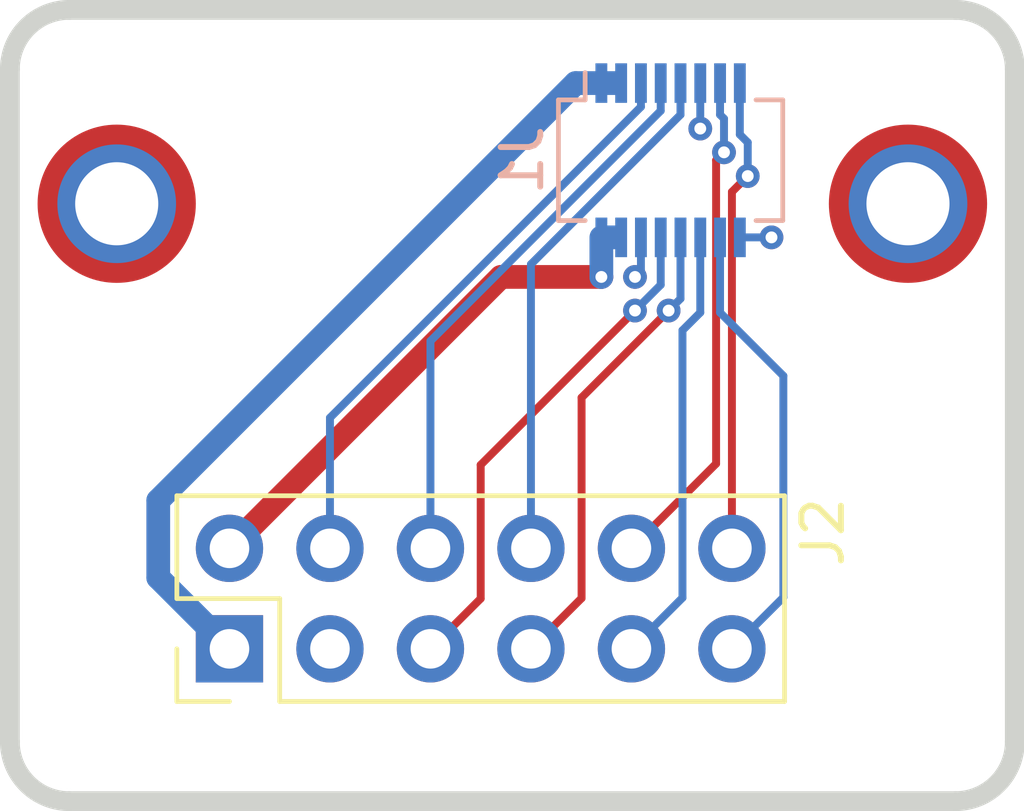
<source format=kicad_pcb>
(kicad_pcb (version 20171130) (host pcbnew "(5.1.9-0-10_14)")

  (general
    (thickness 1.6)
    (drawings 19)
    (tracks 59)
    (zones 0)
    (modules 4)
    (nets 13)
  )

  (page A4)
  (title_block
    (title "mikroPhone expansion breakout")
    (date 2024-02-02)
    (rev 4.0)
  )

  (layers
    (0 F.Cu signal)
    (1 GND power)
    (2 PWR power)
    (31 B.Cu signal)
    (32 B.Adhes user)
    (33 F.Adhes user)
    (34 B.Paste user hide)
    (35 F.Paste user)
    (36 B.SilkS user)
    (37 F.SilkS user hide)
    (38 B.Mask user)
    (39 F.Mask user)
    (40 Dwgs.User user)
    (41 Cmts.User user)
    (42 Eco1.User user)
    (43 Eco2.User user)
    (44 Edge.Cuts user)
    (45 Margin user)
    (46 B.CrtYd user)
    (47 F.CrtYd user)
    (48 B.Fab user hide)
    (49 F.Fab user hide)
  )

  (setup
    (last_trace_width 0.2)
    (trace_clearance 0.2)
    (zone_clearance 0.2032)
    (zone_45_only no)
    (trace_min 0.1524)
    (via_size 0.6)
    (via_drill 0.3)
    (via_min_size 0.4)
    (via_min_drill 0.2)
    (uvia_size 0.3)
    (uvia_drill 0.1)
    (uvias_allowed no)
    (uvia_min_size 0.2)
    (uvia_min_drill 0.1)
    (edge_width 0.05)
    (segment_width 0.2)
    (pcb_text_width 0.3)
    (pcb_text_size 1.5 1.5)
    (mod_edge_width 0.12)
    (mod_text_size 1 1)
    (mod_text_width 0.15)
    (pad_size 1.524 1.524)
    (pad_drill 0.762)
    (pad_to_mask_clearance 0)
    (aux_axis_origin 0 0)
    (visible_elements FFFFFF7F)
    (pcbplotparams
      (layerselection 0x010fc_ffffffff)
      (usegerberextensions false)
      (usegerberattributes true)
      (usegerberadvancedattributes true)
      (creategerberjobfile true)
      (excludeedgelayer true)
      (linewidth 0.100000)
      (plotframeref false)
      (viasonmask false)
      (mode 1)
      (useauxorigin false)
      (hpglpennumber 1)
      (hpglpenspeed 20)
      (hpglpendiameter 15.000000)
      (psnegative false)
      (psa4output false)
      (plotreference true)
      (plotvalue true)
      (plotinvisibletext false)
      (padsonsilk false)
      (subtractmaskfromsilk false)
      (outputformat 1)
      (mirror false)
      (drillshape 1)
      (scaleselection 1)
      (outputdirectory ""))
  )

  (net 0 "")
  (net 1 GND)
  (net 2 +3V3)
  (net 3 /SPI_MOSI)
  (net 4 /SPI_MISO)
  (net 5 /SPI_SCK)
  (net 6 /UART_TX)
  (net 7 /UART_RX)
  (net 8 VDD)
  (net 9 /I2C_SDA)
  (net 10 /I2C_SCL)
  (net 11 /GPIO3)
  (net 12 /GPIO2)

  (net_class Default "This is the default net class."
    (clearance 0.2)
    (trace_width 0.2)
    (via_dia 0.6)
    (via_drill 0.3)
    (uvia_dia 0.3)
    (uvia_drill 0.1)
    (add_net +3V3)
    (add_net /GPIO2)
    (add_net /GPIO3)
    (add_net /I2C_SCL)
    (add_net /I2C_SDA)
    (add_net /SPI_MISO)
    (add_net /SPI_MOSI)
    (add_net /SPI_SCK)
    (add_net /UART_RX)
    (add_net /UART_TX)
    (add_net GND)
    (add_net VDD)
  )

  (module Connector_Molex:Molex_SlimStack_55560-0161_2x08_P0.50mm_Vertical (layer B.Cu) (tedit 60DA23A1) (tstamp 60DA7D5B)
    (at 198 117.7 180)
    (descr "Molex SlimStack Fine-Pitch SMT Board-to-Board Connectors, 55560-0161, 16 Pins (http://www.molex.com/pdm_docs/sd/555600207_sd.pdf), generated with kicad-footprint-generator")
    (tags "connector Molex SlimStack side entry")
    (path /60DA2442)
    (attr smd)
    (fp_text reference J1 (at 3.75 0 90) (layer B.SilkS)
      (effects (font (size 1 1) (thickness 0.15)) (justify mirror))
    )
    (fp_text value IN (at 0 4.4) (layer B.Fab)
      (effects (font (size 1 1) (thickness 0.15)) (justify mirror))
    )
    (fp_line (start 2.725 1.415) (end 2.725 -1.415) (layer B.Fab) (width 0.1))
    (fp_line (start 2.725 -1.415) (end -2.725 -1.415) (layer B.Fab) (width 0.1))
    (fp_line (start -2.725 -1.415) (end -2.725 1.415) (layer B.Fab) (width 0.1))
    (fp_line (start -2.725 1.415) (end 2.725 1.415) (layer B.Fab) (width 0.1))
    (fp_line (start 2.16 1.525) (end 2.16 2.215) (layer B.Fab) (width 0.1))
    (fp_line (start 2.16 -1.525) (end 2.835 -1.525) (layer B.SilkS) (width 0.12))
    (fp_line (start 2.835 -1.525) (end 2.835 1.525) (layer B.SilkS) (width 0.12))
    (fp_line (start 2.835 1.525) (end 2.16 1.525) (layer B.SilkS) (width 0.12))
    (fp_line (start 2.16 1.525) (end 2.16 2.215) (layer B.SilkS) (width 0.12))
    (fp_line (start -2.16 -1.525) (end -2.835 -1.525) (layer B.SilkS) (width 0.12))
    (fp_line (start -2.835 -1.525) (end -2.835 1.525) (layer B.SilkS) (width 0.12))
    (fp_line (start -2.835 1.525) (end -2.16 1.525) (layer B.SilkS) (width 0.12))
    (fp_line (start 3.22 2.95) (end 3.22 -2.95) (layer B.CrtYd) (width 0.05))
    (fp_line (start 3.22 -2.95) (end -3.22 -2.95) (layer B.CrtYd) (width 0.05))
    (fp_line (start -3.22 -2.95) (end -3.22 2.95) (layer B.CrtYd) (width 0.05))
    (fp_line (start -3.22 2.95) (end 3.22 2.95) (layer B.CrtYd) (width 0.05))
    (fp_text user %R (at 0 0) (layer B.Fab)
      (effects (font (size 1 1) (thickness 0.15)) (justify mirror))
    )
    (pad 1 smd rect (at 1.75 1.95 180) (size 0.3 1) (layers B.Cu B.Paste B.Mask)
      (net 2 +3V3))
    (pad 3 smd rect (at 1.25 1.95 180) (size 0.3 1) (layers B.Cu B.Paste B.Mask)
      (net 2 +3V3))
    (pad 5 smd rect (at 0.75 1.95 180) (size 0.3 1) (layers B.Cu B.Paste B.Mask)
      (net 3 /SPI_MOSI))
    (pad 7 smd rect (at 0.25 1.95 180) (size 0.3 1) (layers B.Cu B.Paste B.Mask)
      (net 4 /SPI_MISO))
    (pad 9 smd rect (at -0.25 1.95 180) (size 0.3 1) (layers B.Cu B.Paste B.Mask)
      (net 5 /SPI_SCK))
    (pad 11 smd rect (at -0.75 1.95 180) (size 0.3 1) (layers B.Cu B.Paste B.Mask)
      (net 1 GND))
    (pad 13 smd rect (at -1.25 1.95 180) (size 0.3 1) (layers B.Cu B.Paste B.Mask)
      (net 6 /UART_TX))
    (pad 15 smd rect (at -1.75 1.95 180) (size 0.3 1) (layers B.Cu B.Paste B.Mask)
      (net 7 /UART_RX))
    (pad 2 smd rect (at 1.75 -1.95 180) (size 0.3 1) (layers B.Cu B.Paste B.Mask)
      (net 8 VDD))
    (pad 4 smd rect (at 1.25 -1.95 180) (size 0.3 1) (layers B.Cu B.Paste B.Mask)
      (net 8 VDD))
    (pad 6 smd rect (at 0.75 -1.95 180) (size 0.3 1) (layers B.Cu B.Paste B.Mask)
      (net 1 GND))
    (pad 8 smd rect (at 0.25 -1.95 180) (size 0.3 1) (layers B.Cu B.Paste B.Mask)
      (net 11 /GPIO3))
    (pad 10 smd rect (at -0.25 -1.95 180) (size 0.3 1) (layers B.Cu B.Paste B.Mask)
      (net 12 /GPIO2))
    (pad 12 smd rect (at -0.75 -1.95 180) (size 0.3 1) (layers B.Cu B.Paste B.Mask)
      (net 9 /I2C_SDA))
    (pad 14 smd rect (at -1.25 -1.95 180) (size 0.3 1) (layers B.Cu B.Paste B.Mask)
      (net 10 /I2C_SCL))
    (pad 16 smd rect (at -1.75 -1.95 180) (size 0.3 1) (layers B.Cu B.Paste B.Mask)
      (net 1 GND))
    (model ${KISYS3DMOD}/Connector_Molex.3dshapes/Molex_SlimStack_55560-0161_2x08_P0.50mm_Vertical.wrl
      (at (xyz 0 0 0))
      (scale (xyz 1 1 1))
      (rotate (xyz 0 0 0))
    )
  )

  (module footprints:Spacer_small (layer F.Cu) (tedit 61BFD32E) (tstamp 65BE3852)
    (at 204 118.8)
    (path /65BF75AF)
    (fp_text reference J3 (at 0 2.8) (layer F.SilkS) hide
      (effects (font (size 1 1) (thickness 0.15)))
    )
    (fp_text value Spacer (at 0 -2.7) (layer F.Fab)
      (effects (font (size 1 1) (thickness 0.15)))
    )
    (pad 1 thru_hole circle (at 0 0) (size 3 3) (drill 2.1) (layers *.Cu *.Mask)
      (net 1 GND))
    (pad 1 smd circle (at 0 0) (size 4 4) (layers F.Cu F.Mask)
      (net 1 GND))
  )

  (module footprints:Spacer_small (layer F.Cu) (tedit 61BFD32E) (tstamp 65BE3858)
    (at 184 118.8)
    (path /65BF7FCD)
    (fp_text reference J4 (at 0 2.8) (layer F.SilkS) hide
      (effects (font (size 1 1) (thickness 0.15)))
    )
    (fp_text value Spacer (at 0 -2.7) (layer F.Fab)
      (effects (font (size 1 1) (thickness 0.15)))
    )
    (pad 1 smd circle (at 0 0) (size 4 4) (layers F.Cu F.Mask)
      (net 1 GND))
    (pad 1 thru_hole circle (at 0 0) (size 3 3) (drill 2.1) (layers *.Cu *.Mask)
      (net 1 GND))
  )

  (module Connector_PinHeader_2.54mm:PinHeader_2x06_P2.54mm_Vertical (layer F.Cu) (tedit 59FED5CC) (tstamp 65BE4CDD)
    (at 186.85 130.05 90)
    (descr "Through hole straight pin header, 2x06, 2.54mm pitch, double rows")
    (tags "Through hole pin header THT 2x06 2.54mm double row")
    (path /65C12A3F)
    (fp_text reference J2 (at 2.95 15 -90) (layer F.SilkS)
      (effects (font (size 1 1) (thickness 0.15)))
    )
    (fp_text value OUT (at 1.27 15.03 -90) (layer F.Fab)
      (effects (font (size 1 1) (thickness 0.15)))
    )
    (fp_line (start 0 -1.27) (end 3.81 -1.27) (layer F.Fab) (width 0.1))
    (fp_line (start 3.81 -1.27) (end 3.81 13.97) (layer F.Fab) (width 0.1))
    (fp_line (start 3.81 13.97) (end -1.27 13.97) (layer F.Fab) (width 0.1))
    (fp_line (start -1.27 13.97) (end -1.27 0) (layer F.Fab) (width 0.1))
    (fp_line (start -1.27 0) (end 0 -1.27) (layer F.Fab) (width 0.1))
    (fp_line (start -1.33 14.03) (end 3.87 14.03) (layer F.SilkS) (width 0.12))
    (fp_line (start -1.33 1.27) (end -1.33 14.03) (layer F.SilkS) (width 0.12))
    (fp_line (start 3.87 -1.33) (end 3.87 14.03) (layer F.SilkS) (width 0.12))
    (fp_line (start -1.33 1.27) (end 1.27 1.27) (layer F.SilkS) (width 0.12))
    (fp_line (start 1.27 1.27) (end 1.27 -1.33) (layer F.SilkS) (width 0.12))
    (fp_line (start 1.27 -1.33) (end 3.87 -1.33) (layer F.SilkS) (width 0.12))
    (fp_line (start -1.33 0) (end -1.33 -1.33) (layer F.SilkS) (width 0.12))
    (fp_line (start -1.33 -1.33) (end 0 -1.33) (layer F.SilkS) (width 0.12))
    (fp_line (start -1.8 -1.8) (end -1.8 14.5) (layer F.CrtYd) (width 0.05))
    (fp_line (start -1.8 14.5) (end 4.35 14.5) (layer F.CrtYd) (width 0.05))
    (fp_line (start 4.35 14.5) (end 4.35 -1.8) (layer F.CrtYd) (width 0.05))
    (fp_line (start 4.35 -1.8) (end -1.8 -1.8) (layer F.CrtYd) (width 0.05))
    (fp_text user %R (at 1.27 6.35 180) (layer F.Fab)
      (effects (font (size 1 1) (thickness 0.15)))
    )
    (pad 1 thru_hole rect (at 0 0 90) (size 1.7 1.7) (drill 1) (layers *.Cu *.Mask)
      (net 2 +3V3))
    (pad 2 thru_hole oval (at 2.54 0 90) (size 1.7 1.7) (drill 1) (layers *.Cu *.Mask)
      (net 8 VDD))
    (pad 3 thru_hole oval (at 0 2.54 90) (size 1.7 1.7) (drill 1) (layers *.Cu *.Mask)
      (net 1 GND))
    (pad 4 thru_hole oval (at 2.54 2.54 90) (size 1.7 1.7) (drill 1) (layers *.Cu *.Mask)
      (net 3 /SPI_MOSI))
    (pad 5 thru_hole oval (at 0 5.08 90) (size 1.7 1.7) (drill 1) (layers *.Cu *.Mask)
      (net 11 /GPIO3))
    (pad 6 thru_hole oval (at 2.54 5.08 90) (size 1.7 1.7) (drill 1) (layers *.Cu *.Mask)
      (net 4 /SPI_MISO))
    (pad 7 thru_hole oval (at 0 7.62 90) (size 1.7 1.7) (drill 1) (layers *.Cu *.Mask)
      (net 12 /GPIO2))
    (pad 8 thru_hole oval (at 2.54 7.62 90) (size 1.7 1.7) (drill 1) (layers *.Cu *.Mask)
      (net 5 /SPI_SCK))
    (pad 9 thru_hole oval (at 0 10.16 90) (size 1.7 1.7) (drill 1) (layers *.Cu *.Mask)
      (net 9 /I2C_SDA))
    (pad 10 thru_hole oval (at 2.54 10.16 90) (size 1.7 1.7) (drill 1) (layers *.Cu *.Mask)
      (net 6 /UART_TX))
    (pad 11 thru_hole oval (at 0 12.7 90) (size 1.7 1.7) (drill 1) (layers *.Cu *.Mask)
      (net 10 /I2C_SCL))
    (pad 12 thru_hole oval (at 2.54 12.7 90) (size 1.7 1.7) (drill 1) (layers *.Cu *.Mask)
      (net 7 /UART_RX))
    (model ${KISYS3DMOD}/Connector_PinHeader_2.54mm.3dshapes/PinHeader_2x06_P2.54mm_Vertical.wrl
      (at (xyz 0 0 0))
      (scale (xyz 1 1 1))
      (rotate (xyz 0 0 0))
    )
  )

  (gr_text RX (at 117.35 126.35 270) (layer F.SilkS)
    (effects (font (size 1 1) (thickness 0.15)))
  )
  (gr_text TX (at 115.1 126.3 270) (layer F.SilkS)
    (effects (font (size 1 1) (thickness 0.15)))
  )
  (gr_text IO2 (at 112.8 135.15) (layer F.SilkS)
    (effects (font (size 1 1) (thickness 0.15)))
  )
  (gr_text IO3 (at 110.15 135.15) (layer F.SilkS) (tstamp 614F550E)
    (effects (font (size 1 1) (thickness 0.15)))
  )
  (gr_text GND (at 107.2 135.15) (layer F.SilkS) (tstamp 614F54E1)
    (effects (font (size 1 1) (thickness 0.15)))
  )
  (gr_text MISO (at 110 127.2 270) (layer F.SilkS) (tstamp 614F54DF)
    (effects (font (size 1 1) (thickness 0.15)))
  )
  (gr_text SDA (at 115.6 135.15) (layer F.SilkS) (tstamp 614F54DE)
    (effects (font (size 1 1) (thickness 0.15)))
  )
  (gr_text SCL (at 118.6 135.15) (layer F.SilkS) (tstamp 614F54DD)
    (effects (font (size 1 1) (thickness 0.15)))
  )
  (gr_text +3.3V (at 102.5 132.85 270) (layer F.SilkS) (tstamp 614F54DC)
    (effects (font (size 1 1) (thickness 0.15)))
  )
  (gr_text SCK (at 112.45 126.9 270) (layer F.SilkS) (tstamp 614F54DB)
    (effects (font (size 1 1) (thickness 0.15)))
  )
  (gr_text MOSI (at 107.4 127.25 270) (layer F.SilkS) (tstamp 614F54DA)
    (effects (font (size 1 1) (thickness 0.15)))
  )
  (gr_line (start 205.2 133.9) (end 182.8 133.9) (layer Edge.Cuts) (width 0.5) (tstamp 60DA3AA5))
  (gr_arc (start 205.2 132.4) (end 205.2 133.9) (angle -90) (layer Edge.Cuts) (width 0.5) (tstamp 60DA3A98))
  (gr_arc (start 182.8 132.4) (end 181.3 132.4) (angle -90) (layer Edge.Cuts) (width 0.5) (tstamp 60DA3A98))
  (gr_line (start 181.3 115.4) (end 181.3 132.4) (layer Edge.Cuts) (width 0.5))
  (gr_arc (start 182.8 115.4) (end 182.8 113.9) (angle -90) (layer Edge.Cuts) (width 0.5) (tstamp 60DA3A98))
  (gr_line (start 205.2 113.9) (end 182.8 113.9) (layer Edge.Cuts) (width 0.5))
  (gr_line (start 206.7 115.4) (end 206.7 132.4) (layer Edge.Cuts) (width 0.5))
  (gr_arc (start 205.2 115.4) (end 206.7 115.4) (angle -90) (layer Edge.Cuts) (width 0.5) (tstamp 60DA37D1))

  (via (at 197.1 120.65) (size 0.6) (drill 0.3) (layers F.Cu B.Cu) (net 1))
  (segment (start 197.25 120.5) (end 197.1 120.65) (width 0.2) (layer B.Cu) (net 1))
  (segment (start 197.25 119.65) (end 197.25 120.5) (width 0.2) (layer B.Cu) (net 1))
  (via (at 198.75 116.9) (size 0.6) (drill 0.3) (layers F.Cu B.Cu) (net 1))
  (segment (start 198.75 115.75) (end 198.75 116.9) (width 0.2) (layer B.Cu) (net 1))
  (via (at 200.55 119.65) (size 0.6) (drill 0.3) (layers F.Cu B.Cu) (net 1))
  (segment (start 199.75 119.65) (end 200.55 119.65) (width 0.2) (layer B.Cu) (net 1))
  (segment (start 196.75 115.75) (end 196.25 115.75) (width 0.2) (layer B.Cu) (net 2))
  (segment (start 186.85 130.05) (end 185.05 128.25) (width 0.6) (layer B.Cu) (net 2))
  (segment (start 185.05 128.25) (end 185.05 126.3) (width 0.6) (layer B.Cu) (net 2))
  (segment (start 185.05 126.3) (end 195.6 115.75) (width 0.6) (layer B.Cu) (net 2))
  (segment (start 195.6 115.75) (end 196.25 115.75) (width 0.6) (layer B.Cu) (net 2))
  (segment (start 197.25 115.75) (end 197.25 116.35) (width 0.2) (layer B.Cu) (net 3))
  (segment (start 189.39 124.21) (end 189.39 127.51) (width 0.2) (layer B.Cu) (net 3))
  (segment (start 197.25 116.35) (end 189.39 124.21) (width 0.2) (layer B.Cu) (net 3))
  (segment (start 197.75 115.75) (end 197.75 116.45) (width 0.2) (layer B.Cu) (net 4))
  (segment (start 191.93 122.27) (end 191.93 127.51) (width 0.2) (layer B.Cu) (net 4))
  (segment (start 197.75 116.45) (end 191.93 122.27) (width 0.2) (layer B.Cu) (net 4))
  (segment (start 198.25 116.55) (end 198.25 115.75) (width 0.2) (layer B.Cu) (net 5))
  (segment (start 194.47 120.33) (end 194.47 127.51) (width 0.2) (layer B.Cu) (net 5))
  (segment (start 198.25 116.55) (end 194.47 120.33) (width 0.2) (layer B.Cu) (net 5))
  (segment (start 199.25 115.75) (end 199.25 116.55) (width 0.2) (layer B.Cu) (net 6))
  (via (at 199.35 117.5) (size 0.6) (drill 0.3) (layers F.Cu B.Cu) (net 6))
  (segment (start 199.35 116.65) (end 199.35 117.5) (width 0.2) (layer B.Cu) (net 6))
  (segment (start 199.25 116.55) (end 199.35 116.65) (width 0.2) (layer B.Cu) (net 6))
  (segment (start 199.35 117.5) (end 199.15 117.7) (width 0.2) (layer F.Cu) (net 6))
  (segment (start 199.15 125.37) (end 197.01 127.51) (width 0.2) (layer F.Cu) (net 6))
  (segment (start 199.15 117.7) (end 199.15 125.37) (width 0.2) (layer F.Cu) (net 6))
  (segment (start 199.75 115.75) (end 199.75 117.05) (width 0.2) (layer B.Cu) (net 7))
  (via (at 199.95 118.1) (size 0.6) (drill 0.3) (layers F.Cu B.Cu) (net 7))
  (segment (start 199.95 117.25) (end 199.95 118.1) (width 0.2) (layer B.Cu) (net 7))
  (segment (start 199.75 117.05) (end 199.95 117.25) (width 0.2) (layer B.Cu) (net 7))
  (segment (start 199.55 118.5) (end 199.95 118.1) (width 0.2) (layer F.Cu) (net 7))
  (segment (start 199.55 127.51) (end 199.55 118.5) (width 0.2) (layer F.Cu) (net 7))
  (segment (start 196.75 119.65) (end 196.25 119.65) (width 0.2) (layer B.Cu) (net 8))
  (via (at 196.25 120.65) (size 0.6) (drill 0.3) (layers F.Cu B.Cu) (net 8))
  (segment (start 193.71 120.65) (end 196.25 120.65) (width 0.6) (layer F.Cu) (net 8))
  (segment (start 186.85 127.51) (end 193.71 120.65) (width 0.6) (layer F.Cu) (net 8))
  (segment (start 196.25 120.65) (end 196.25 119.65) (width 0.6) (layer B.Cu) (net 8))
  (segment (start 198.75 119.65) (end 198.75 121.55) (width 0.2) (layer B.Cu) (net 9))
  (segment (start 198.75 121.55) (end 198.3 122) (width 0.2) (layer B.Cu) (net 9))
  (segment (start 198.3 128.76) (end 197.01 130.05) (width 0.2) (layer B.Cu) (net 9))
  (segment (start 198.3 122) (end 198.3 128.76) (width 0.2) (layer B.Cu) (net 9))
  (segment (start 200.85 128.75) (end 199.55 130.05) (width 0.2) (layer B.Cu) (net 10))
  (segment (start 199.25 119.65) (end 199.25 121.55) (width 0.2) (layer B.Cu) (net 10))
  (segment (start 200.85 123.15) (end 200.85 128.75) (width 0.2) (layer B.Cu) (net 10))
  (segment (start 199.25 121.55) (end 200.85 123.15) (width 0.2) (layer B.Cu) (net 10))
  (segment (start 197.75 119.65) (end 197.75 120.85) (width 0.2) (layer B.Cu) (net 11))
  (via (at 197.1 121.5) (size 0.6) (drill 0.3) (layers F.Cu B.Cu) (net 11))
  (segment (start 197.75 120.85) (end 197.1 121.5) (width 0.2) (layer B.Cu) (net 11))
  (segment (start 197.1 121.5) (end 193.2 125.4) (width 0.2) (layer F.Cu) (net 11))
  (segment (start 193.2 128.78) (end 191.93 130.05) (width 0.2) (layer F.Cu) (net 11))
  (segment (start 193.2 125.4) (end 193.2 128.78) (width 0.2) (layer F.Cu) (net 11))
  (via (at 197.95 121.5) (size 0.6) (drill 0.3) (layers F.Cu B.Cu) (net 12))
  (segment (start 198.25 121.2) (end 197.95 121.5) (width 0.2) (layer B.Cu) (net 12))
  (segment (start 198.25 119.65) (end 198.25 121.2) (width 0.2) (layer B.Cu) (net 12))
  (segment (start 197.95 121.5) (end 195.75 123.7) (width 0.2) (layer F.Cu) (net 12))
  (segment (start 195.75 128.77) (end 194.47 130.05) (width 0.2) (layer F.Cu) (net 12))
  (segment (start 195.75 123.7) (end 195.75 128.77) (width 0.2) (layer F.Cu) (net 12))

  (zone (net 1) (net_name GND) (layer GND) (tstamp 65BE54F5) (hatch edge 0.508)
    (connect_pads (clearance 0.2032))
    (min_thickness 0.254)
    (fill yes (arc_segments 32) (thermal_gap 0.381) (thermal_bridge_width 0.508))
    (polygon
      (pts
        (xy 206.7 133.9) (xy 181.3 133.9) (xy 181.3 113.9) (xy 206.7 113.9)
      )
    )
    (filled_polygon
      (pts
        (xy 205.378115 114.500446) (xy 205.54945 114.552176) (xy 205.707467 114.636195) (xy 205.846164 114.749313) (xy 205.960241 114.887209)
        (xy 206.045364 115.044641) (xy 206.098288 115.215609) (xy 206.1198 115.42029) (xy 206.119801 132.371614) (xy 206.099554 132.578115)
        (xy 206.047824 132.74945) (xy 205.963803 132.90747) (xy 205.850687 133.046163) (xy 205.712791 133.160241) (xy 205.555355 133.245366)
        (xy 205.384392 133.298288) (xy 205.179711 133.3198) (xy 182.828376 133.3198) (xy 182.621885 133.299554) (xy 182.45055 133.247824)
        (xy 182.29253 133.163803) (xy 182.153837 133.050687) (xy 182.039759 132.912791) (xy 181.954634 132.755355) (xy 181.901712 132.584392)
        (xy 181.8802 132.379711) (xy 181.8802 129.2) (xy 185.668203 129.2) (xy 185.668203 130.9) (xy 185.674578 130.96473)
        (xy 185.69346 131.026973) (xy 185.724121 131.084337) (xy 185.765384 131.134616) (xy 185.815663 131.175879) (xy 185.873027 131.20654)
        (xy 185.93527 131.225422) (xy 186 131.231797) (xy 187.7 131.231797) (xy 187.76473 131.225422) (xy 187.826973 131.20654)
        (xy 187.884337 131.175879) (xy 187.934616 131.134616) (xy 187.975879 131.084337) (xy 188.00654 131.026973) (xy 188.025422 130.96473)
        (xy 188.031797 130.9) (xy 188.031797 130.386944) (xy 188.074459 130.386944) (xy 188.165471 130.637119) (xy 188.303541 130.864731)
        (xy 188.483363 131.061034) (xy 188.698027 131.218483) (xy 188.939283 131.331028) (xy 189.053057 131.365535) (xy 189.263 131.274431)
        (xy 189.263 130.177) (xy 189.517 130.177) (xy 189.517 131.274431) (xy 189.726943 131.365535) (xy 189.840717 131.331028)
        (xy 190.081973 131.218483) (xy 190.296637 131.061034) (xy 190.476459 130.864731) (xy 190.614529 130.637119) (xy 190.705541 130.386944)
        (xy 190.615054 130.177) (xy 189.517 130.177) (xy 189.263 130.177) (xy 188.164946 130.177) (xy 188.074459 130.386944)
        (xy 188.031797 130.386944) (xy 188.031797 129.93376) (xy 190.7498 129.93376) (xy 190.7498 130.16624) (xy 190.795155 130.394252)
        (xy 190.884121 130.609034) (xy 191.013279 130.802333) (xy 191.177667 130.966721) (xy 191.370966 131.095879) (xy 191.585748 131.184845)
        (xy 191.81376 131.2302) (xy 192.04624 131.2302) (xy 192.274252 131.184845) (xy 192.489034 131.095879) (xy 192.682333 130.966721)
        (xy 192.846721 130.802333) (xy 192.975879 130.609034) (xy 193.064845 130.394252) (xy 193.1102 130.16624) (xy 193.1102 129.93376)
        (xy 193.2898 129.93376) (xy 193.2898 130.16624) (xy 193.335155 130.394252) (xy 193.424121 130.609034) (xy 193.553279 130.802333)
        (xy 193.717667 130.966721) (xy 193.910966 131.095879) (xy 194.125748 131.184845) (xy 194.35376 131.2302) (xy 194.58624 131.2302)
        (xy 194.814252 131.184845) (xy 195.029034 131.095879) (xy 195.222333 130.966721) (xy 195.386721 130.802333) (xy 195.515879 130.609034)
        (xy 195.604845 130.394252) (xy 195.6502 130.16624) (xy 195.6502 129.93376) (xy 195.8298 129.93376) (xy 195.8298 130.16624)
        (xy 195.875155 130.394252) (xy 195.964121 130.609034) (xy 196.093279 130.802333) (xy 196.257667 130.966721) (xy 196.450966 131.095879)
        (xy 196.665748 131.184845) (xy 196.89376 131.2302) (xy 197.12624 131.2302) (xy 197.354252 131.184845) (xy 197.569034 131.095879)
        (xy 197.762333 130.966721) (xy 197.926721 130.802333) (xy 198.055879 130.609034) (xy 198.144845 130.394252) (xy 198.1902 130.16624)
        (xy 198.1902 129.93376) (xy 198.3698 129.93376) (xy 198.3698 130.16624) (xy 198.415155 130.394252) (xy 198.504121 130.609034)
        (xy 198.633279 130.802333) (xy 198.797667 130.966721) (xy 198.990966 131.095879) (xy 199.205748 131.184845) (xy 199.43376 131.2302)
        (xy 199.66624 131.2302) (xy 199.894252 131.184845) (xy 200.109034 131.095879) (xy 200.302333 130.966721) (xy 200.466721 130.802333)
        (xy 200.595879 130.609034) (xy 200.684845 130.394252) (xy 200.7302 130.16624) (xy 200.7302 129.93376) (xy 200.684845 129.705748)
        (xy 200.595879 129.490966) (xy 200.466721 129.297667) (xy 200.302333 129.133279) (xy 200.109034 129.004121) (xy 199.894252 128.915155)
        (xy 199.66624 128.8698) (xy 199.43376 128.8698) (xy 199.205748 128.915155) (xy 198.990966 129.004121) (xy 198.797667 129.133279)
        (xy 198.633279 129.297667) (xy 198.504121 129.490966) (xy 198.415155 129.705748) (xy 198.3698 129.93376) (xy 198.1902 129.93376)
        (xy 198.144845 129.705748) (xy 198.055879 129.490966) (xy 197.926721 129.297667) (xy 197.762333 129.133279) (xy 197.569034 129.004121)
        (xy 197.354252 128.915155) (xy 197.12624 128.8698) (xy 196.89376 128.8698) (xy 196.665748 128.915155) (xy 196.450966 129.004121)
        (xy 196.257667 129.133279) (xy 196.093279 129.297667) (xy 195.964121 129.490966) (xy 195.875155 129.705748) (xy 195.8298 129.93376)
        (xy 195.6502 129.93376) (xy 195.604845 129.705748) (xy 195.515879 129.490966) (xy 195.386721 129.297667) (xy 195.222333 129.133279)
        (xy 195.029034 129.004121) (xy 194.814252 128.915155) (xy 194.58624 128.8698) (xy 194.35376 128.8698) (xy 194.125748 128.915155)
        (xy 193.910966 129.004121) (xy 193.717667 129.133279) (xy 193.553279 129.297667) (xy 193.424121 129.490966) (xy 193.335155 129.705748)
        (xy 193.2898 129.93376) (xy 193.1102 129.93376) (xy 193.064845 129.705748) (xy 192.975879 129.490966) (xy 192.846721 129.297667)
        (xy 192.682333 129.133279) (xy 192.489034 129.004121) (xy 192.274252 128.915155) (xy 192.04624 128.8698) (xy 191.81376 128.8698)
        (xy 191.585748 128.915155) (xy 191.370966 129.004121) (xy 191.177667 129.133279) (xy 191.013279 129.297667) (xy 190.884121 129.490966)
        (xy 190.795155 129.705748) (xy 190.7498 129.93376) (xy 188.031797 129.93376) (xy 188.031797 129.713056) (xy 188.074459 129.713056)
        (xy 188.164946 129.923) (xy 189.263 129.923) (xy 189.263 128.825569) (xy 189.517 128.825569) (xy 189.517 129.923)
        (xy 190.615054 129.923) (xy 190.705541 129.713056) (xy 190.614529 129.462881) (xy 190.476459 129.235269) (xy 190.296637 129.038966)
        (xy 190.081973 128.881517) (xy 189.840717 128.768972) (xy 189.726943 128.734465) (xy 189.517 128.825569) (xy 189.263 128.825569)
        (xy 189.053057 128.734465) (xy 188.939283 128.768972) (xy 188.698027 128.881517) (xy 188.483363 129.038966) (xy 188.303541 129.235269)
        (xy 188.165471 129.462881) (xy 188.074459 129.713056) (xy 188.031797 129.713056) (xy 188.031797 129.2) (xy 188.025422 129.13527)
        (xy 188.00654 129.073027) (xy 187.975879 129.015663) (xy 187.934616 128.965384) (xy 187.884337 128.924121) (xy 187.826973 128.89346)
        (xy 187.76473 128.874578) (xy 187.7 128.868203) (xy 186 128.868203) (xy 185.93527 128.874578) (xy 185.873027 128.89346)
        (xy 185.815663 128.924121) (xy 185.765384 128.965384) (xy 185.724121 129.015663) (xy 185.69346 129.073027) (xy 185.674578 129.13527)
        (xy 185.668203 129.2) (xy 181.8802 129.2) (xy 181.8802 127.39376) (xy 185.6698 127.39376) (xy 185.6698 127.62624)
        (xy 185.715155 127.854252) (xy 185.804121 128.069034) (xy 185.933279 128.262333) (xy 186.097667 128.426721) (xy 186.290966 128.555879)
        (xy 186.505748 128.644845) (xy 186.73376 128.6902) (xy 186.96624 128.6902) (xy 187.194252 128.644845) (xy 187.409034 128.555879)
        (xy 187.602333 128.426721) (xy 187.766721 128.262333) (xy 187.895879 128.069034) (xy 187.984845 127.854252) (xy 188.0302 127.62624)
        (xy 188.0302 127.39376) (xy 188.2098 127.39376) (xy 188.2098 127.62624) (xy 188.255155 127.854252) (xy 188.344121 128.069034)
        (xy 188.473279 128.262333) (xy 188.637667 128.426721) (xy 188.830966 128.555879) (xy 189.045748 128.644845) (xy 189.27376 128.6902)
        (xy 189.50624 128.6902) (xy 189.734252 128.644845) (xy 189.949034 128.555879) (xy 190.142333 128.426721) (xy 190.306721 128.262333)
        (xy 190.435879 128.069034) (xy 190.524845 127.854252) (xy 190.5702 127.62624) (xy 190.5702 127.39376) (xy 190.7498 127.39376)
        (xy 190.7498 127.62624) (xy 190.795155 127.854252) (xy 190.884121 128.069034) (xy 191.013279 128.262333) (xy 191.177667 128.426721)
        (xy 191.370966 128.555879) (xy 191.585748 128.644845) (xy 191.81376 128.6902) (xy 192.04624 128.6902) (xy 192.274252 128.644845)
        (xy 192.489034 128.555879) (xy 192.682333 128.426721) (xy 192.846721 128.262333) (xy 192.975879 128.069034) (xy 193.064845 127.854252)
        (xy 193.1102 127.62624) (xy 193.1102 127.39376) (xy 193.2898 127.39376) (xy 193.2898 127.62624) (xy 193.335155 127.854252)
        (xy 193.424121 128.069034) (xy 193.553279 128.262333) (xy 193.717667 128.426721) (xy 193.910966 128.555879) (xy 194.125748 128.644845)
        (xy 194.35376 128.6902) (xy 194.58624 128.6902) (xy 194.814252 128.644845) (xy 195.029034 128.555879) (xy 195.222333 128.426721)
        (xy 195.386721 128.262333) (xy 195.515879 128.069034) (xy 195.604845 127.854252) (xy 195.6502 127.62624) (xy 195.6502 127.39376)
        (xy 195.8298 127.39376) (xy 195.8298 127.62624) (xy 195.875155 127.854252) (xy 195.964121 128.069034) (xy 196.093279 128.262333)
        (xy 196.257667 128.426721) (xy 196.450966 128.555879) (xy 196.665748 128.644845) (xy 196.89376 128.6902) (xy 197.12624 128.6902)
        (xy 197.354252 128.644845) (xy 197.569034 128.555879) (xy 197.762333 128.426721) (xy 197.926721 128.262333) (xy 198.055879 128.069034)
        (xy 198.144845 127.854252) (xy 198.1902 127.62624) (xy 198.1902 127.39376) (xy 198.3698 127.39376) (xy 198.3698 127.62624)
        (xy 198.415155 127.854252) (xy 198.504121 128.069034) (xy 198.633279 128.262333) (xy 198.797667 128.426721) (xy 198.990966 128.555879)
        (xy 199.205748 128.644845) (xy 199.43376 128.6902) (xy 199.66624 128.6902) (xy 199.894252 128.644845) (xy 200.109034 128.555879)
        (xy 200.302333 128.426721) (xy 200.466721 128.262333) (xy 200.595879 128.069034) (xy 200.684845 127.854252) (xy 200.7302 127.62624)
        (xy 200.7302 127.39376) (xy 200.684845 127.165748) (xy 200.595879 126.950966) (xy 200.466721 126.757667) (xy 200.302333 126.593279)
        (xy 200.109034 126.464121) (xy 199.894252 126.375155) (xy 199.66624 126.3298) (xy 199.43376 126.3298) (xy 199.205748 126.375155)
        (xy 198.990966 126.464121) (xy 198.797667 126.593279) (xy 198.633279 126.757667) (xy 198.504121 126.950966) (xy 198.415155 127.165748)
        (xy 198.3698 127.39376) (xy 198.1902 127.39376) (xy 198.144845 127.165748) (xy 198.055879 126.950966) (xy 197.926721 126.757667)
        (xy 197.762333 126.593279) (xy 197.569034 126.464121) (xy 197.354252 126.375155) (xy 197.12624 126.3298) (xy 196.89376 126.3298)
        (xy 196.665748 126.375155) (xy 196.450966 126.464121) (xy 196.257667 126.593279) (xy 196.093279 126.757667) (xy 195.964121 126.950966)
        (xy 195.875155 127.165748) (xy 195.8298 127.39376) (xy 195.6502 127.39376) (xy 195.604845 127.165748) (xy 195.515879 126.950966)
        (xy 195.386721 126.757667) (xy 195.222333 126.593279) (xy 195.029034 126.464121) (xy 194.814252 126.375155) (xy 194.58624 126.3298)
        (xy 194.35376 126.3298) (xy 194.125748 126.375155) (xy 193.910966 126.464121) (xy 193.717667 126.593279) (xy 193.553279 126.757667)
        (xy 193.424121 126.950966) (xy 193.335155 127.165748) (xy 193.2898 127.39376) (xy 193.1102 127.39376) (xy 193.064845 127.165748)
        (xy 192.975879 126.950966) (xy 192.846721 126.757667) (xy 192.682333 126.593279) (xy 192.489034 126.464121) (xy 192.274252 126.375155)
        (xy 192.04624 126.3298) (xy 191.81376 126.3298) (xy 191.585748 126.375155) (xy 191.370966 126.464121) (xy 191.177667 126.593279)
        (xy 191.013279 126.757667) (xy 190.884121 126.950966) (xy 190.795155 127.165748) (xy 190.7498 127.39376) (xy 190.5702 127.39376)
        (xy 190.524845 127.165748) (xy 190.435879 126.950966) (xy 190.306721 126.757667) (xy 190.142333 126.593279) (xy 189.949034 126.464121)
        (xy 189.734252 126.375155) (xy 189.50624 126.3298) (xy 189.27376 126.3298) (xy 189.045748 126.375155) (xy 188.830966 126.464121)
        (xy 188.637667 126.593279) (xy 188.473279 126.757667) (xy 188.344121 126.950966) (xy 188.255155 127.165748) (xy 188.2098 127.39376)
        (xy 188.0302 127.39376) (xy 187.984845 127.165748) (xy 187.895879 126.950966) (xy 187.766721 126.757667) (xy 187.602333 126.593279)
        (xy 187.409034 126.464121) (xy 187.194252 126.375155) (xy 186.96624 126.3298) (xy 186.73376 126.3298) (xy 186.505748 126.375155)
        (xy 186.290966 126.464121) (xy 186.097667 126.593279) (xy 185.933279 126.757667) (xy 185.804121 126.950966) (xy 185.715155 127.165748)
        (xy 185.6698 127.39376) (xy 181.8802 127.39376) (xy 181.8802 120.223721) (xy 182.755884 120.223721) (xy 182.919113 120.503779)
        (xy 183.272273 120.681912) (xy 183.653399 120.787724) (xy 184.047845 120.817149) (xy 184.440452 120.769056) (xy 184.816133 120.645293)
        (xy 184.923449 120.587931) (xy 195.6198 120.587931) (xy 195.6198 120.712069) (xy 195.644018 120.833822) (xy 195.691524 120.948512)
        (xy 195.760492 121.051729) (xy 195.848271 121.139508) (xy 195.951488 121.208476) (xy 196.066178 121.255982) (xy 196.187931 121.2802)
        (xy 196.312069 121.2802) (xy 196.433822 121.255982) (xy 196.536583 121.213417) (xy 196.494018 121.316178) (xy 196.4698 121.437931)
        (xy 196.4698 121.562069) (xy 196.494018 121.683822) (xy 196.541524 121.798512) (xy 196.610492 121.901729) (xy 196.698271 121.989508)
        (xy 196.801488 122.058476) (xy 196.916178 122.105982) (xy 197.037931 122.1302) (xy 197.162069 122.1302) (xy 197.283822 122.105982)
        (xy 197.398512 122.058476) (xy 197.501729 121.989508) (xy 197.525 121.966237) (xy 197.548271 121.989508) (xy 197.651488 122.058476)
        (xy 197.766178 122.105982) (xy 197.887931 122.1302) (xy 198.012069 122.1302) (xy 198.133822 122.105982) (xy 198.248512 122.058476)
        (xy 198.351729 121.989508) (xy 198.439508 121.901729) (xy 198.508476 121.798512) (xy 198.555982 121.683822) (xy 198.5802 121.562069)
        (xy 198.5802 121.437931) (xy 198.555982 121.316178) (xy 198.508476 121.201488) (xy 198.439508 121.098271) (xy 198.351729 121.010492)
        (xy 198.248512 120.941524) (xy 198.133822 120.894018) (xy 198.012069 120.8698) (xy 197.887931 120.8698) (xy 197.766178 120.894018)
        (xy 197.651488 120.941524) (xy 197.548271 121.010492) (xy 197.525 121.033763) (xy 197.501729 121.010492) (xy 197.398512 120.941524)
        (xy 197.283822 120.894018) (xy 197.162069 120.8698) (xy 197.037931 120.8698) (xy 196.916178 120.894018) (xy 196.813417 120.936583)
        (xy 196.855982 120.833822) (xy 196.8802 120.712069) (xy 196.8802 120.587931) (xy 196.855982 120.466178) (xy 196.808476 120.351488)
        (xy 196.739508 120.248271) (xy 196.714958 120.223721) (xy 202.755884 120.223721) (xy 202.919113 120.503779) (xy 203.272273 120.681912)
        (xy 203.653399 120.787724) (xy 204.047845 120.817149) (xy 204.440452 120.769056) (xy 204.816133 120.645293) (xy 205.080887 120.503779)
        (xy 205.244116 120.223721) (xy 204 118.979605) (xy 202.755884 120.223721) (xy 196.714958 120.223721) (xy 196.651729 120.160492)
        (xy 196.548512 120.091524) (xy 196.433822 120.044018) (xy 196.312069 120.0198) (xy 196.187931 120.0198) (xy 196.066178 120.044018)
        (xy 195.951488 120.091524) (xy 195.848271 120.160492) (xy 195.760492 120.248271) (xy 195.691524 120.351488) (xy 195.644018 120.466178)
        (xy 195.6198 120.587931) (xy 184.923449 120.587931) (xy 185.080887 120.503779) (xy 185.244116 120.223721) (xy 184 118.979605)
        (xy 182.755884 120.223721) (xy 181.8802 120.223721) (xy 181.8802 118.847845) (xy 181.982851 118.847845) (xy 182.030944 119.240452)
        (xy 182.154707 119.616133) (xy 182.296221 119.880887) (xy 182.576279 120.044116) (xy 183.820395 118.8) (xy 184.179605 118.8)
        (xy 185.423721 120.044116) (xy 185.703779 119.880887) (xy 185.881912 119.527727) (xy 185.987724 119.146601) (xy 186.01001 118.847845)
        (xy 201.982851 118.847845) (xy 202.030944 119.240452) (xy 202.154707 119.616133) (xy 202.296221 119.880887) (xy 202.576279 120.044116)
        (xy 203.820395 118.8) (xy 204.179605 118.8) (xy 205.423721 120.044116) (xy 205.703779 119.880887) (xy 205.881912 119.527727)
        (xy 205.987724 119.146601) (xy 206.017149 118.752155) (xy 205.969056 118.359548) (xy 205.845293 117.983867) (xy 205.703779 117.719113)
        (xy 205.423721 117.555884) (xy 204.179605 118.8) (xy 203.820395 118.8) (xy 202.576279 117.555884) (xy 202.296221 117.719113)
        (xy 202.118088 118.072273) (xy 202.012276 118.453399) (xy 201.982851 118.847845) (xy 186.01001 118.847845) (xy 186.017149 118.752155)
        (xy 185.969056 118.359548) (xy 185.845293 117.983867) (xy 185.703779 117.719113) (xy 185.423721 117.555884) (xy 184.179605 118.8)
        (xy 183.820395 118.8) (xy 182.576279 117.555884) (xy 182.296221 117.719113) (xy 182.118088 118.072273) (xy 182.012276 118.453399)
        (xy 181.982851 118.847845) (xy 181.8802 118.847845) (xy 181.8802 117.376279) (xy 182.755884 117.376279) (xy 184 118.620395)
        (xy 185.182464 117.437931) (xy 198.7198 117.437931) (xy 198.7198 117.562069) (xy 198.744018 117.683822) (xy 198.791524 117.798512)
        (xy 198.860492 117.901729) (xy 198.948271 117.989508) (xy 199.051488 118.058476) (xy 199.166178 118.105982) (xy 199.287931 118.1302)
        (xy 199.3198 118.1302) (xy 199.3198 118.162069) (xy 199.344018 118.283822) (xy 199.391524 118.398512) (xy 199.460492 118.501729)
        (xy 199.548271 118.589508) (xy 199.651488 118.658476) (xy 199.766178 118.705982) (xy 199.887931 118.7302) (xy 200.012069 118.7302)
        (xy 200.133822 118.705982) (xy 200.248512 118.658476) (xy 200.351729 118.589508) (xy 200.439508 118.501729) (xy 200.508476 118.398512)
        (xy 200.555982 118.283822) (xy 200.5802 118.162069) (xy 200.5802 118.037931) (xy 200.555982 117.916178) (xy 200.508476 117.801488)
        (xy 200.439508 117.698271) (xy 200.351729 117.610492) (xy 200.248512 117.541524) (xy 200.133822 117.494018) (xy 200.012069 117.4698)
        (xy 199.9802 117.4698) (xy 199.9802 117.437931) (xy 199.967937 117.376279) (xy 202.755884 117.376279) (xy 204 118.620395)
        (xy 205.244116 117.376279) (xy 205.080887 117.096221) (xy 204.727727 116.918088) (xy 204.346601 116.812276) (xy 203.952155 116.782851)
        (xy 203.559548 116.830944) (xy 203.183867 116.954707) (xy 202.919113 117.096221) (xy 202.755884 117.376279) (xy 199.967937 117.376279)
        (xy 199.955982 117.316178) (xy 199.908476 117.201488) (xy 199.839508 117.098271) (xy 199.751729 117.010492) (xy 199.648512 116.941524)
        (xy 199.533822 116.894018) (xy 199.412069 116.8698) (xy 199.287931 116.8698) (xy 199.166178 116.894018) (xy 199.051488 116.941524)
        (xy 198.948271 117.010492) (xy 198.860492 117.098271) (xy 198.791524 117.201488) (xy 198.744018 117.316178) (xy 198.7198 117.437931)
        (xy 185.182464 117.437931) (xy 185.244116 117.376279) (xy 185.080887 117.096221) (xy 184.727727 116.918088) (xy 184.346601 116.812276)
        (xy 183.952155 116.782851) (xy 183.559548 116.830944) (xy 183.183867 116.954707) (xy 182.919113 117.096221) (xy 182.755884 117.376279)
        (xy 181.8802 117.376279) (xy 181.8802 115.428376) (xy 181.900446 115.221885) (xy 181.952176 115.05055) (xy 182.036195 114.892533)
        (xy 182.149313 114.753836) (xy 182.287209 114.639759) (xy 182.444641 114.554636) (xy 182.615609 114.501712) (xy 182.82029 114.4802)
        (xy 205.171624 114.4802)
      )
    )
  )
  (zone (net 1) (net_name GND) (layer PWR) (tstamp 65BE54F2) (hatch edge 0.508)
    (connect_pads (clearance 0.2032))
    (min_thickness 0.254)
    (fill yes (arc_segments 32) (thermal_gap 0.381) (thermal_bridge_width 0.508))
    (polygon
      (pts
        (xy 206.7 133.9) (xy 181.3 133.9) (xy 181.3 113.9) (xy 206.7 113.9)
      )
    )
    (filled_polygon
      (pts
        (xy 205.378115 114.500446) (xy 205.54945 114.552176) (xy 205.707467 114.636195) (xy 205.846164 114.749313) (xy 205.960241 114.887209)
        (xy 206.045364 115.044641) (xy 206.098288 115.215609) (xy 206.1198 115.42029) (xy 206.119801 132.371614) (xy 206.099554 132.578115)
        (xy 206.047824 132.74945) (xy 205.963803 132.90747) (xy 205.850687 133.046163) (xy 205.712791 133.160241) (xy 205.555355 133.245366)
        (xy 205.384392 133.298288) (xy 205.179711 133.3198) (xy 182.828376 133.3198) (xy 182.621885 133.299554) (xy 182.45055 133.247824)
        (xy 182.29253 133.163803) (xy 182.153837 133.050687) (xy 182.039759 132.912791) (xy 181.954634 132.755355) (xy 181.901712 132.584392)
        (xy 181.8802 132.379711) (xy 181.8802 129.2) (xy 185.668203 129.2) (xy 185.668203 130.9) (xy 185.674578 130.96473)
        (xy 185.69346 131.026973) (xy 185.724121 131.084337) (xy 185.765384 131.134616) (xy 185.815663 131.175879) (xy 185.873027 131.20654)
        (xy 185.93527 131.225422) (xy 186 131.231797) (xy 187.7 131.231797) (xy 187.76473 131.225422) (xy 187.826973 131.20654)
        (xy 187.884337 131.175879) (xy 187.934616 131.134616) (xy 187.975879 131.084337) (xy 188.00654 131.026973) (xy 188.025422 130.96473)
        (xy 188.031797 130.9) (xy 188.031797 130.386944) (xy 188.074459 130.386944) (xy 188.165471 130.637119) (xy 188.303541 130.864731)
        (xy 188.483363 131.061034) (xy 188.698027 131.218483) (xy 188.939283 131.331028) (xy 189.053057 131.365535) (xy 189.263 131.274431)
        (xy 189.263 130.177) (xy 189.517 130.177) (xy 189.517 131.274431) (xy 189.726943 131.365535) (xy 189.840717 131.331028)
        (xy 190.081973 131.218483) (xy 190.296637 131.061034) (xy 190.476459 130.864731) (xy 190.614529 130.637119) (xy 190.705541 130.386944)
        (xy 190.615054 130.177) (xy 189.517 130.177) (xy 189.263 130.177) (xy 188.164946 130.177) (xy 188.074459 130.386944)
        (xy 188.031797 130.386944) (xy 188.031797 129.93376) (xy 190.7498 129.93376) (xy 190.7498 130.16624) (xy 190.795155 130.394252)
        (xy 190.884121 130.609034) (xy 191.013279 130.802333) (xy 191.177667 130.966721) (xy 191.370966 131.095879) (xy 191.585748 131.184845)
        (xy 191.81376 131.2302) (xy 192.04624 131.2302) (xy 192.274252 131.184845) (xy 192.489034 131.095879) (xy 192.682333 130.966721)
        (xy 192.846721 130.802333) (xy 192.975879 130.609034) (xy 193.064845 130.394252) (xy 193.1102 130.16624) (xy 193.1102 129.93376)
        (xy 193.2898 129.93376) (xy 193.2898 130.16624) (xy 193.335155 130.394252) (xy 193.424121 130.609034) (xy 193.553279 130.802333)
        (xy 193.717667 130.966721) (xy 193.910966 131.095879) (xy 194.125748 131.184845) (xy 194.35376 131.2302) (xy 194.58624 131.2302)
        (xy 194.814252 131.184845) (xy 195.029034 131.095879) (xy 195.222333 130.966721) (xy 195.386721 130.802333) (xy 195.515879 130.609034)
        (xy 195.604845 130.394252) (xy 195.6502 130.16624) (xy 195.6502 129.93376) (xy 195.8298 129.93376) (xy 195.8298 130.16624)
        (xy 195.875155 130.394252) (xy 195.964121 130.609034) (xy 196.093279 130.802333) (xy 196.257667 130.966721) (xy 196.450966 131.095879)
        (xy 196.665748 131.184845) (xy 196.89376 131.2302) (xy 197.12624 131.2302) (xy 197.354252 131.184845) (xy 197.569034 131.095879)
        (xy 197.762333 130.966721) (xy 197.926721 130.802333) (xy 198.055879 130.609034) (xy 198.144845 130.394252) (xy 198.1902 130.16624)
        (xy 198.1902 129.93376) (xy 198.3698 129.93376) (xy 198.3698 130.16624) (xy 198.415155 130.394252) (xy 198.504121 130.609034)
        (xy 198.633279 130.802333) (xy 198.797667 130.966721) (xy 198.990966 131.095879) (xy 199.205748 131.184845) (xy 199.43376 131.2302)
        (xy 199.66624 131.2302) (xy 199.894252 131.184845) (xy 200.109034 131.095879) (xy 200.302333 130.966721) (xy 200.466721 130.802333)
        (xy 200.595879 130.609034) (xy 200.684845 130.394252) (xy 200.7302 130.16624) (xy 200.7302 129.93376) (xy 200.684845 129.705748)
        (xy 200.595879 129.490966) (xy 200.466721 129.297667) (xy 200.302333 129.133279) (xy 200.109034 129.004121) (xy 199.894252 128.915155)
        (xy 199.66624 128.8698) (xy 199.43376 128.8698) (xy 199.205748 128.915155) (xy 198.990966 129.004121) (xy 198.797667 129.133279)
        (xy 198.633279 129.297667) (xy 198.504121 129.490966) (xy 198.415155 129.705748) (xy 198.3698 129.93376) (xy 198.1902 129.93376)
        (xy 198.144845 129.705748) (xy 198.055879 129.490966) (xy 197.926721 129.297667) (xy 197.762333 129.133279) (xy 197.569034 129.004121)
        (xy 197.354252 128.915155) (xy 197.12624 128.8698) (xy 196.89376 128.8698) (xy 196.665748 128.915155) (xy 196.450966 129.004121)
        (xy 196.257667 129.133279) (xy 196.093279 129.297667) (xy 195.964121 129.490966) (xy 195.875155 129.705748) (xy 195.8298 129.93376)
        (xy 195.6502 129.93376) (xy 195.604845 129.705748) (xy 195.515879 129.490966) (xy 195.386721 129.297667) (xy 195.222333 129.133279)
        (xy 195.029034 129.004121) (xy 194.814252 128.915155) (xy 194.58624 128.8698) (xy 194.35376 128.8698) (xy 194.125748 128.915155)
        (xy 193.910966 129.004121) (xy 193.717667 129.133279) (xy 193.553279 129.297667) (xy 193.424121 129.490966) (xy 193.335155 129.705748)
        (xy 193.2898 129.93376) (xy 193.1102 129.93376) (xy 193.064845 129.705748) (xy 192.975879 129.490966) (xy 192.846721 129.297667)
        (xy 192.682333 129.133279) (xy 192.489034 129.004121) (xy 192.274252 128.915155) (xy 192.04624 128.8698) (xy 191.81376 128.8698)
        (xy 191.585748 128.915155) (xy 191.370966 129.004121) (xy 191.177667 129.133279) (xy 191.013279 129.297667) (xy 190.884121 129.490966)
        (xy 190.795155 129.705748) (xy 190.7498 129.93376) (xy 188.031797 129.93376) (xy 188.031797 129.713056) (xy 188.074459 129.713056)
        (xy 188.164946 129.923) (xy 189.263 129.923) (xy 189.263 128.825569) (xy 189.517 128.825569) (xy 189.517 129.923)
        (xy 190.615054 129.923) (xy 190.705541 129.713056) (xy 190.614529 129.462881) (xy 190.476459 129.235269) (xy 190.296637 129.038966)
        (xy 190.081973 128.881517) (xy 189.840717 128.768972) (xy 189.726943 128.734465) (xy 189.517 128.825569) (xy 189.263 128.825569)
        (xy 189.053057 128.734465) (xy 188.939283 128.768972) (xy 188.698027 128.881517) (xy 188.483363 129.038966) (xy 188.303541 129.235269)
        (xy 188.165471 129.462881) (xy 188.074459 129.713056) (xy 188.031797 129.713056) (xy 188.031797 129.2) (xy 188.025422 129.13527)
        (xy 188.00654 129.073027) (xy 187.975879 129.015663) (xy 187.934616 128.965384) (xy 187.884337 128.924121) (xy 187.826973 128.89346)
        (xy 187.76473 128.874578) (xy 187.7 128.868203) (xy 186 128.868203) (xy 185.93527 128.874578) (xy 185.873027 128.89346)
        (xy 185.815663 128.924121) (xy 185.765384 128.965384) (xy 185.724121 129.015663) (xy 185.69346 129.073027) (xy 185.674578 129.13527)
        (xy 185.668203 129.2) (xy 181.8802 129.2) (xy 181.8802 127.39376) (xy 185.6698 127.39376) (xy 185.6698 127.62624)
        (xy 185.715155 127.854252) (xy 185.804121 128.069034) (xy 185.933279 128.262333) (xy 186.097667 128.426721) (xy 186.290966 128.555879)
        (xy 186.505748 128.644845) (xy 186.73376 128.6902) (xy 186.96624 128.6902) (xy 187.194252 128.644845) (xy 187.409034 128.555879)
        (xy 187.602333 128.426721) (xy 187.766721 128.262333) (xy 187.895879 128.069034) (xy 187.984845 127.854252) (xy 188.0302 127.62624)
        (xy 188.0302 127.39376) (xy 188.2098 127.39376) (xy 188.2098 127.62624) (xy 188.255155 127.854252) (xy 188.344121 128.069034)
        (xy 188.473279 128.262333) (xy 188.637667 128.426721) (xy 188.830966 128.555879) (xy 189.045748 128.644845) (xy 189.27376 128.6902)
        (xy 189.50624 128.6902) (xy 189.734252 128.644845) (xy 189.949034 128.555879) (xy 190.142333 128.426721) (xy 190.306721 128.262333)
        (xy 190.435879 128.069034) (xy 190.524845 127.854252) (xy 190.5702 127.62624) (xy 190.5702 127.39376) (xy 190.7498 127.39376)
        (xy 190.7498 127.62624) (xy 190.795155 127.854252) (xy 190.884121 128.069034) (xy 191.013279 128.262333) (xy 191.177667 128.426721)
        (xy 191.370966 128.555879) (xy 191.585748 128.644845) (xy 191.81376 128.6902) (xy 192.04624 128.6902) (xy 192.274252 128.644845)
        (xy 192.489034 128.555879) (xy 192.682333 128.426721) (xy 192.846721 128.262333) (xy 192.975879 128.069034) (xy 193.064845 127.854252)
        (xy 193.1102 127.62624) (xy 193.1102 127.39376) (xy 193.2898 127.39376) (xy 193.2898 127.62624) (xy 193.335155 127.854252)
        (xy 193.424121 128.069034) (xy 193.553279 128.262333) (xy 193.717667 128.426721) (xy 193.910966 128.555879) (xy 194.125748 128.644845)
        (xy 194.35376 128.6902) (xy 194.58624 128.6902) (xy 194.814252 128.644845) (xy 195.029034 128.555879) (xy 195.222333 128.426721)
        (xy 195.386721 128.262333) (xy 195.515879 128.069034) (xy 195.604845 127.854252) (xy 195.6502 127.62624) (xy 195.6502 127.39376)
        (xy 195.8298 127.39376) (xy 195.8298 127.62624) (xy 195.875155 127.854252) (xy 195.964121 128.069034) (xy 196.093279 128.262333)
        (xy 196.257667 128.426721) (xy 196.450966 128.555879) (xy 196.665748 128.644845) (xy 196.89376 128.6902) (xy 197.12624 128.6902)
        (xy 197.354252 128.644845) (xy 197.569034 128.555879) (xy 197.762333 128.426721) (xy 197.926721 128.262333) (xy 198.055879 128.069034)
        (xy 198.144845 127.854252) (xy 198.1902 127.62624) (xy 198.1902 127.39376) (xy 198.3698 127.39376) (xy 198.3698 127.62624)
        (xy 198.415155 127.854252) (xy 198.504121 128.069034) (xy 198.633279 128.262333) (xy 198.797667 128.426721) (xy 198.990966 128.555879)
        (xy 199.205748 128.644845) (xy 199.43376 128.6902) (xy 199.66624 128.6902) (xy 199.894252 128.644845) (xy 200.109034 128.555879)
        (xy 200.302333 128.426721) (xy 200.466721 128.262333) (xy 200.595879 128.069034) (xy 200.684845 127.854252) (xy 200.7302 127.62624)
        (xy 200.7302 127.39376) (xy 200.684845 127.165748) (xy 200.595879 126.950966) (xy 200.466721 126.757667) (xy 200.302333 126.593279)
        (xy 200.109034 126.464121) (xy 199.894252 126.375155) (xy 199.66624 126.3298) (xy 199.43376 126.3298) (xy 199.205748 126.375155)
        (xy 198.990966 126.464121) (xy 198.797667 126.593279) (xy 198.633279 126.757667) (xy 198.504121 126.950966) (xy 198.415155 127.165748)
        (xy 198.3698 127.39376) (xy 198.1902 127.39376) (xy 198.144845 127.165748) (xy 198.055879 126.950966) (xy 197.926721 126.757667)
        (xy 197.762333 126.593279) (xy 197.569034 126.464121) (xy 197.354252 126.375155) (xy 197.12624 126.3298) (xy 196.89376 126.3298)
        (xy 196.665748 126.375155) (xy 196.450966 126.464121) (xy 196.257667 126.593279) (xy 196.093279 126.757667) (xy 195.964121 126.950966)
        (xy 195.875155 127.165748) (xy 195.8298 127.39376) (xy 195.6502 127.39376) (xy 195.604845 127.165748) (xy 195.515879 126.950966)
        (xy 195.386721 126.757667) (xy 195.222333 126.593279) (xy 195.029034 126.464121) (xy 194.814252 126.375155) (xy 194.58624 126.3298)
        (xy 194.35376 126.3298) (xy 194.125748 126.375155) (xy 193.910966 126.464121) (xy 193.717667 126.593279) (xy 193.553279 126.757667)
        (xy 193.424121 126.950966) (xy 193.335155 127.165748) (xy 193.2898 127.39376) (xy 193.1102 127.39376) (xy 193.064845 127.165748)
        (xy 192.975879 126.950966) (xy 192.846721 126.757667) (xy 192.682333 126.593279) (xy 192.489034 126.464121) (xy 192.274252 126.375155)
        (xy 192.04624 126.3298) (xy 191.81376 126.3298) (xy 191.585748 126.375155) (xy 191.370966 126.464121) (xy 191.177667 126.593279)
        (xy 191.013279 126.757667) (xy 190.884121 126.950966) (xy 190.795155 127.165748) (xy 190.7498 127.39376) (xy 190.5702 127.39376)
        (xy 190.524845 127.165748) (xy 190.435879 126.950966) (xy 190.306721 126.757667) (xy 190.142333 126.593279) (xy 189.949034 126.464121)
        (xy 189.734252 126.375155) (xy 189.50624 126.3298) (xy 189.27376 126.3298) (xy 189.045748 126.375155) (xy 188.830966 126.464121)
        (xy 188.637667 126.593279) (xy 188.473279 126.757667) (xy 188.344121 126.950966) (xy 188.255155 127.165748) (xy 188.2098 127.39376)
        (xy 188.0302 127.39376) (xy 187.984845 127.165748) (xy 187.895879 126.950966) (xy 187.766721 126.757667) (xy 187.602333 126.593279)
        (xy 187.409034 126.464121) (xy 187.194252 126.375155) (xy 186.96624 126.3298) (xy 186.73376 126.3298) (xy 186.505748 126.375155)
        (xy 186.290966 126.464121) (xy 186.097667 126.593279) (xy 185.933279 126.757667) (xy 185.804121 126.950966) (xy 185.715155 127.165748)
        (xy 185.6698 127.39376) (xy 181.8802 127.39376) (xy 181.8802 120.223721) (xy 182.755884 120.223721) (xy 182.919113 120.503779)
        (xy 183.272273 120.681912) (xy 183.653399 120.787724) (xy 184.047845 120.817149) (xy 184.440452 120.769056) (xy 184.816133 120.645293)
        (xy 184.923449 120.587931) (xy 195.6198 120.587931) (xy 195.6198 120.712069) (xy 195.644018 120.833822) (xy 195.691524 120.948512)
        (xy 195.760492 121.051729) (xy 195.848271 121.139508) (xy 195.951488 121.208476) (xy 196.066178 121.255982) (xy 196.187931 121.2802)
        (xy 196.312069 121.2802) (xy 196.433822 121.255982) (xy 196.536583 121.213417) (xy 196.494018 121.316178) (xy 196.4698 121.437931)
        (xy 196.4698 121.562069) (xy 196.494018 121.683822) (xy 196.541524 121.798512) (xy 196.610492 121.901729) (xy 196.698271 121.989508)
        (xy 196.801488 122.058476) (xy 196.916178 122.105982) (xy 197.037931 122.1302) (xy 197.162069 122.1302) (xy 197.283822 122.105982)
        (xy 197.398512 122.058476) (xy 197.501729 121.989508) (xy 197.525 121.966237) (xy 197.548271 121.989508) (xy 197.651488 122.058476)
        (xy 197.766178 122.105982) (xy 197.887931 122.1302) (xy 198.012069 122.1302) (xy 198.133822 122.105982) (xy 198.248512 122.058476)
        (xy 198.351729 121.989508) (xy 198.439508 121.901729) (xy 198.508476 121.798512) (xy 198.555982 121.683822) (xy 198.5802 121.562069)
        (xy 198.5802 121.437931) (xy 198.555982 121.316178) (xy 198.508476 121.201488) (xy 198.439508 121.098271) (xy 198.351729 121.010492)
        (xy 198.248512 120.941524) (xy 198.133822 120.894018) (xy 198.012069 120.8698) (xy 197.887931 120.8698) (xy 197.766178 120.894018)
        (xy 197.651488 120.941524) (xy 197.548271 121.010492) (xy 197.525 121.033763) (xy 197.501729 121.010492) (xy 197.398512 120.941524)
        (xy 197.283822 120.894018) (xy 197.162069 120.8698) (xy 197.037931 120.8698) (xy 196.916178 120.894018) (xy 196.813417 120.936583)
        (xy 196.855982 120.833822) (xy 196.8802 120.712069) (xy 196.8802 120.587931) (xy 196.855982 120.466178) (xy 196.808476 120.351488)
        (xy 196.739508 120.248271) (xy 196.714958 120.223721) (xy 202.755884 120.223721) (xy 202.919113 120.503779) (xy 203.272273 120.681912)
        (xy 203.653399 120.787724) (xy 204.047845 120.817149) (xy 204.440452 120.769056) (xy 204.816133 120.645293) (xy 205.080887 120.503779)
        (xy 205.244116 120.223721) (xy 204 118.979605) (xy 202.755884 120.223721) (xy 196.714958 120.223721) (xy 196.651729 120.160492)
        (xy 196.548512 120.091524) (xy 196.433822 120.044018) (xy 196.312069 120.0198) (xy 196.187931 120.0198) (xy 196.066178 120.044018)
        (xy 195.951488 120.091524) (xy 195.848271 120.160492) (xy 195.760492 120.248271) (xy 195.691524 120.351488) (xy 195.644018 120.466178)
        (xy 195.6198 120.587931) (xy 184.923449 120.587931) (xy 185.080887 120.503779) (xy 185.244116 120.223721) (xy 184 118.979605)
        (xy 182.755884 120.223721) (xy 181.8802 120.223721) (xy 181.8802 118.847845) (xy 181.982851 118.847845) (xy 182.030944 119.240452)
        (xy 182.154707 119.616133) (xy 182.296221 119.880887) (xy 182.576279 120.044116) (xy 183.820395 118.8) (xy 184.179605 118.8)
        (xy 185.423721 120.044116) (xy 185.703779 119.880887) (xy 185.881912 119.527727) (xy 185.987724 119.146601) (xy 186.01001 118.847845)
        (xy 201.982851 118.847845) (xy 202.030944 119.240452) (xy 202.154707 119.616133) (xy 202.296221 119.880887) (xy 202.576279 120.044116)
        (xy 203.820395 118.8) (xy 204.179605 118.8) (xy 205.423721 120.044116) (xy 205.703779 119.880887) (xy 205.881912 119.527727)
        (xy 205.987724 119.146601) (xy 206.017149 118.752155) (xy 205.969056 118.359548) (xy 205.845293 117.983867) (xy 205.703779 117.719113)
        (xy 205.423721 117.555884) (xy 204.179605 118.8) (xy 203.820395 118.8) (xy 202.576279 117.555884) (xy 202.296221 117.719113)
        (xy 202.118088 118.072273) (xy 202.012276 118.453399) (xy 201.982851 118.847845) (xy 186.01001 118.847845) (xy 186.017149 118.752155)
        (xy 185.969056 118.359548) (xy 185.845293 117.983867) (xy 185.703779 117.719113) (xy 185.423721 117.555884) (xy 184.179605 118.8)
        (xy 183.820395 118.8) (xy 182.576279 117.555884) (xy 182.296221 117.719113) (xy 182.118088 118.072273) (xy 182.012276 118.453399)
        (xy 181.982851 118.847845) (xy 181.8802 118.847845) (xy 181.8802 117.376279) (xy 182.755884 117.376279) (xy 184 118.620395)
        (xy 185.182464 117.437931) (xy 198.7198 117.437931) (xy 198.7198 117.562069) (xy 198.744018 117.683822) (xy 198.791524 117.798512)
        (xy 198.860492 117.901729) (xy 198.948271 117.989508) (xy 199.051488 118.058476) (xy 199.166178 118.105982) (xy 199.287931 118.1302)
        (xy 199.3198 118.1302) (xy 199.3198 118.162069) (xy 199.344018 118.283822) (xy 199.391524 118.398512) (xy 199.460492 118.501729)
        (xy 199.548271 118.589508) (xy 199.651488 118.658476) (xy 199.766178 118.705982) (xy 199.887931 118.7302) (xy 200.012069 118.7302)
        (xy 200.133822 118.705982) (xy 200.248512 118.658476) (xy 200.351729 118.589508) (xy 200.439508 118.501729) (xy 200.508476 118.398512)
        (xy 200.555982 118.283822) (xy 200.5802 118.162069) (xy 200.5802 118.037931) (xy 200.555982 117.916178) (xy 200.508476 117.801488)
        (xy 200.439508 117.698271) (xy 200.351729 117.610492) (xy 200.248512 117.541524) (xy 200.133822 117.494018) (xy 200.012069 117.4698)
        (xy 199.9802 117.4698) (xy 199.9802 117.437931) (xy 199.967937 117.376279) (xy 202.755884 117.376279) (xy 204 118.620395)
        (xy 205.244116 117.376279) (xy 205.080887 117.096221) (xy 204.727727 116.918088) (xy 204.346601 116.812276) (xy 203.952155 116.782851)
        (xy 203.559548 116.830944) (xy 203.183867 116.954707) (xy 202.919113 117.096221) (xy 202.755884 117.376279) (xy 199.967937 117.376279)
        (xy 199.955982 117.316178) (xy 199.908476 117.201488) (xy 199.839508 117.098271) (xy 199.751729 117.010492) (xy 199.648512 116.941524)
        (xy 199.533822 116.894018) (xy 199.412069 116.8698) (xy 199.287931 116.8698) (xy 199.166178 116.894018) (xy 199.051488 116.941524)
        (xy 198.948271 117.010492) (xy 198.860492 117.098271) (xy 198.791524 117.201488) (xy 198.744018 117.316178) (xy 198.7198 117.437931)
        (xy 185.182464 117.437931) (xy 185.244116 117.376279) (xy 185.080887 117.096221) (xy 184.727727 116.918088) (xy 184.346601 116.812276)
        (xy 183.952155 116.782851) (xy 183.559548 116.830944) (xy 183.183867 116.954707) (xy 182.919113 117.096221) (xy 182.755884 117.376279)
        (xy 181.8802 117.376279) (xy 181.8802 115.428376) (xy 181.900446 115.221885) (xy 181.952176 115.05055) (xy 182.036195 114.892533)
        (xy 182.149313 114.753836) (xy 182.287209 114.639759) (xy 182.444641 114.554636) (xy 182.615609 114.501712) (xy 182.82029 114.4802)
        (xy 205.171624 114.4802)
      )
    )
  )
  (zone (net 8) (net_name VDD) (layer B.Cu) (tstamp 65BE54EF) (hatch edge 0.508)
    (connect_pads yes (clearance 0.2032))
    (min_thickness 0.254)
    (fill yes (arc_segments 32) (thermal_gap 0.508) (thermal_bridge_width 0.508))
    (polygon
      (pts
        (xy 196.1 119.35) (xy 196.1 119.95) (xy 196.85 119.95) (xy 196.85 119.35)
      )
    )
    (filled_polygon
      (pts
        (xy 196.723 119.823) (xy 196.227 119.823) (xy 196.227 119.477) (xy 196.723 119.477)
      )
    )
  )
  (zone (net 2) (net_name +3V3) (layer B.Cu) (tstamp 65BE54EC) (hatch edge 0.508)
    (connect_pads yes (clearance 0.2032))
    (min_thickness 0.254)
    (fill yes (arc_segments 32) (thermal_gap 0.508) (thermal_bridge_width 0.508))
    (polygon
      (pts
        (xy 196.05 115.45) (xy 196.05 116.05) (xy 196.85 116.05) (xy 196.85 115.45)
      )
    )
    (filled_polygon
      (pts
        (xy 196.723 115.923) (xy 196.177 115.923) (xy 196.177 115.577) (xy 196.723 115.577)
      )
    )
  )
)

</source>
